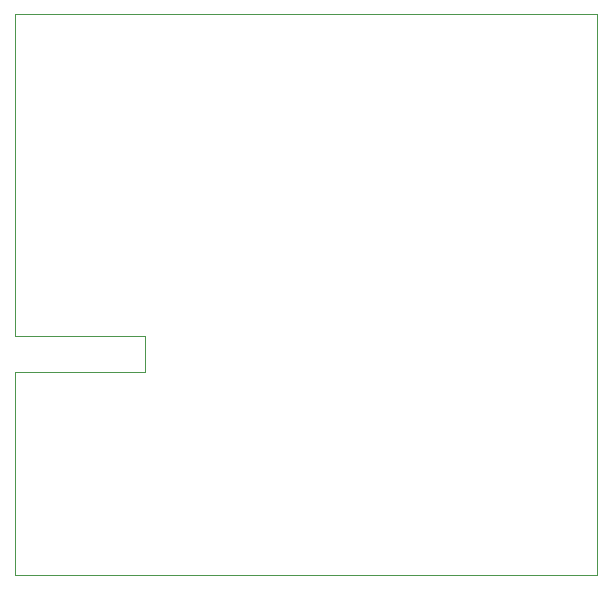
<source format=gbr>
G04 #@! TF.FileFunction,Profile,NP*
%FSLAX46Y46*%
G04 Gerber Fmt 4.6, Leading zero omitted, Abs format (unit mm)*
G04 Created by KiCad (PCBNEW 4.0.5) date Thu Apr 20 17:43:32 2017*
%MOMM*%
%LPD*%
G01*
G04 APERTURE LIST*
%ADD10C,0.100000*%
G04 APERTURE END LIST*
D10*
X140000000Y-130000000D02*
X140000000Y-112750000D01*
X140000000Y-109750000D02*
X140000000Y-82500000D01*
X151000000Y-112750000D02*
X140000000Y-112750000D01*
X151000000Y-109750000D02*
X151000000Y-112750000D01*
X140000000Y-109750000D02*
X151000000Y-109750000D01*
X189250000Y-130000000D02*
X140000000Y-130000000D01*
X189250000Y-82500000D02*
X189250000Y-130000000D01*
X140000000Y-82500000D02*
X189250000Y-82500000D01*
M02*

</source>
